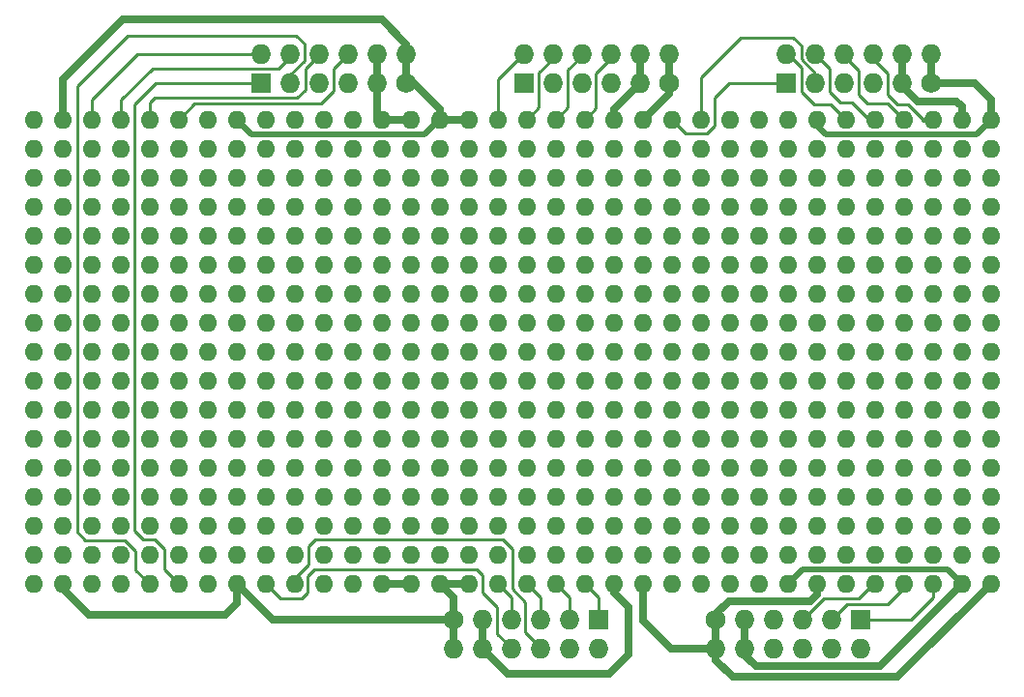
<source format=gtl>
G04 #@! TF.GenerationSoftware,KiCad,Pcbnew,(2017-01-24 revision 0b6147e)-makepkg*
G04 #@! TF.CreationDate,2017-08-14T05:16:54-07:00*
G04 #@! TF.ProjectId,SpartanMiniProtoShield,5370617274616E4D696E6950726F746F,rev?*
G04 #@! TF.FileFunction,Copper,L1,Top,Signal*
G04 #@! TF.FilePolarity,Positive*
%FSLAX46Y46*%
G04 Gerber Fmt 4.6, Leading zero omitted, Abs format (unit mm)*
G04 Created by KiCad (PCBNEW (2017-01-24 revision 0b6147e)-makepkg) date 08/14/17 05:16:54*
%MOMM*%
%LPD*%
G01*
G04 APERTURE LIST*
%ADD10C,0.100000*%
%ADD11O,1.600000X1.600000*%
%ADD12O,1.727200X1.727200*%
%ADD13R,1.727200X1.727200*%
%ADD14C,1.727200*%
%ADD15C,0.508000*%
%ADD16C,0.635000*%
%ADD17C,0.254000*%
%ADD18C,0.381000*%
G04 APERTURE END LIST*
D10*
D11*
X118880000Y-126300000D03*
X116340000Y-126300000D03*
X113800000Y-126300000D03*
X111260000Y-126300000D03*
X108720000Y-126300000D03*
X106180000Y-126300000D03*
X103640000Y-126300000D03*
X101100000Y-126300000D03*
X98560000Y-126300000D03*
X96020000Y-126300000D03*
X93480000Y-126300000D03*
X90940000Y-126300000D03*
X88400000Y-126300000D03*
X85860000Y-126300000D03*
X83320000Y-126300000D03*
X80780000Y-126300000D03*
X78240000Y-126300000D03*
X75700000Y-126300000D03*
X73160000Y-126300000D03*
X70620000Y-126300000D03*
X68080000Y-126300000D03*
X65540000Y-126300000D03*
X63000000Y-126300000D03*
X60460000Y-126300000D03*
X57920000Y-126300000D03*
X55380000Y-126300000D03*
X52840000Y-126300000D03*
X50300000Y-126300000D03*
X47760000Y-126300000D03*
X45220000Y-126300000D03*
X42680000Y-126300000D03*
X40140000Y-126300000D03*
X37600000Y-126300000D03*
X35060000Y-126300000D03*
X118880000Y-123760000D03*
X116340000Y-123760000D03*
X113800000Y-123760000D03*
X111260000Y-123760000D03*
X108720000Y-123760000D03*
X106180000Y-123760000D03*
X103640000Y-123760000D03*
X101100000Y-123760000D03*
X98560000Y-123760000D03*
X96020000Y-123760000D03*
X93480000Y-123760000D03*
X90940000Y-123760000D03*
X88400000Y-123760000D03*
X85860000Y-123760000D03*
X83320000Y-123760000D03*
X80780000Y-123760000D03*
X78240000Y-123760000D03*
X75700000Y-123760000D03*
X73160000Y-123760000D03*
X70620000Y-123760000D03*
X68080000Y-123760000D03*
X65540000Y-123760000D03*
X63000000Y-123760000D03*
X60460000Y-123760000D03*
X57920000Y-123760000D03*
X55380000Y-123760000D03*
X52840000Y-123760000D03*
X50300000Y-123760000D03*
X47760000Y-123760000D03*
X45220000Y-123760000D03*
X42680000Y-123760000D03*
X40140000Y-123760000D03*
X37600000Y-123760000D03*
X35060000Y-123760000D03*
X118880000Y-121220000D03*
X116340000Y-121220000D03*
X113800000Y-121220000D03*
X111260000Y-121220000D03*
X108720000Y-121220000D03*
X106180000Y-121220000D03*
X103640000Y-121220000D03*
X101100000Y-121220000D03*
X98560000Y-121220000D03*
X96020000Y-121220000D03*
X93480000Y-121220000D03*
X90940000Y-121220000D03*
X88400000Y-121220000D03*
X85860000Y-121220000D03*
X83320000Y-121220000D03*
X80780000Y-121220000D03*
X78240000Y-121220000D03*
X75700000Y-121220000D03*
X73160000Y-121220000D03*
X70620000Y-121220000D03*
X68080000Y-121220000D03*
X65540000Y-121220000D03*
X63000000Y-121220000D03*
X60460000Y-121220000D03*
X57920000Y-121220000D03*
X55380000Y-121220000D03*
X52840000Y-121220000D03*
X50300000Y-121220000D03*
X47760000Y-121220000D03*
X45220000Y-121220000D03*
X42680000Y-121220000D03*
X40140000Y-121220000D03*
X37600000Y-121220000D03*
X35060000Y-121220000D03*
X118880000Y-118680000D03*
X116340000Y-118680000D03*
X113800000Y-118680000D03*
X111260000Y-118680000D03*
X108720000Y-118680000D03*
X106180000Y-118680000D03*
X103640000Y-118680000D03*
X101100000Y-118680000D03*
X98560000Y-118680000D03*
X96020000Y-118680000D03*
X93480000Y-118680000D03*
X90940000Y-118680000D03*
X88400000Y-118680000D03*
X85860000Y-118680000D03*
X83320000Y-118680000D03*
X80780000Y-118680000D03*
X78240000Y-118680000D03*
X75700000Y-118680000D03*
X73160000Y-118680000D03*
X70620000Y-118680000D03*
X68080000Y-118680000D03*
X65540000Y-118680000D03*
X63000000Y-118680000D03*
X60460000Y-118680000D03*
X57920000Y-118680000D03*
X55380000Y-118680000D03*
X52840000Y-118680000D03*
X50300000Y-118680000D03*
X47760000Y-118680000D03*
X45220000Y-118680000D03*
X42680000Y-118680000D03*
X40140000Y-118680000D03*
X37600000Y-118680000D03*
X35060000Y-118680000D03*
X118880000Y-116140000D03*
X116340000Y-116140000D03*
X113800000Y-116140000D03*
X111260000Y-116140000D03*
X108720000Y-116140000D03*
X106180000Y-116140000D03*
X103640000Y-116140000D03*
X101100000Y-116140000D03*
X98560000Y-116140000D03*
X96020000Y-116140000D03*
X93480000Y-116140000D03*
X90940000Y-116140000D03*
X88400000Y-116140000D03*
X85860000Y-116140000D03*
X83320000Y-116140000D03*
X80780000Y-116140000D03*
X78240000Y-116140000D03*
X75700000Y-116140000D03*
X73160000Y-116140000D03*
X70620000Y-116140000D03*
X68080000Y-116140000D03*
X65540000Y-116140000D03*
X63000000Y-116140000D03*
X60460000Y-116140000D03*
X57920000Y-116140000D03*
X55380000Y-116140000D03*
X52840000Y-116140000D03*
X50300000Y-116140000D03*
X47760000Y-116140000D03*
X45220000Y-116140000D03*
X42680000Y-116140000D03*
X40140000Y-116140000D03*
X37600000Y-116140000D03*
X35060000Y-116140000D03*
X118880000Y-113600000D03*
X116340000Y-113600000D03*
X113800000Y-113600000D03*
X111260000Y-113600000D03*
X108720000Y-113600000D03*
X106180000Y-113600000D03*
X103640000Y-113600000D03*
X101100000Y-113600000D03*
X98560000Y-113600000D03*
X96020000Y-113600000D03*
X93480000Y-113600000D03*
X90940000Y-113600000D03*
X88400000Y-113600000D03*
X85860000Y-113600000D03*
X83320000Y-113600000D03*
X80780000Y-113600000D03*
X78240000Y-113600000D03*
X75700000Y-113600000D03*
X73160000Y-113600000D03*
X70620000Y-113600000D03*
X68080000Y-113600000D03*
X65540000Y-113600000D03*
X63000000Y-113600000D03*
X60460000Y-113600000D03*
X57920000Y-113600000D03*
X55380000Y-113600000D03*
X52840000Y-113600000D03*
X50300000Y-113600000D03*
X47760000Y-113600000D03*
X45220000Y-113600000D03*
X42680000Y-113600000D03*
X40140000Y-113600000D03*
X37600000Y-113600000D03*
X35060000Y-113600000D03*
X118880000Y-111060000D03*
X116340000Y-111060000D03*
X113800000Y-111060000D03*
X111260000Y-111060000D03*
X108720000Y-111060000D03*
X106180000Y-111060000D03*
X103640000Y-111060000D03*
X101100000Y-111060000D03*
X98560000Y-111060000D03*
X96020000Y-111060000D03*
X93480000Y-111060000D03*
X90940000Y-111060000D03*
X88400000Y-111060000D03*
X85860000Y-111060000D03*
X83320000Y-111060000D03*
X80780000Y-111060000D03*
X78240000Y-111060000D03*
X75700000Y-111060000D03*
X73160000Y-111060000D03*
X70620000Y-111060000D03*
X68080000Y-111060000D03*
X65540000Y-111060000D03*
X63000000Y-111060000D03*
X60460000Y-111060000D03*
X57920000Y-111060000D03*
X55380000Y-111060000D03*
X52840000Y-111060000D03*
X50300000Y-111060000D03*
X47760000Y-111060000D03*
X45220000Y-111060000D03*
X42680000Y-111060000D03*
X40140000Y-111060000D03*
X37600000Y-111060000D03*
X35060000Y-111060000D03*
X118880000Y-108520000D03*
X116340000Y-108520000D03*
X113800000Y-108520000D03*
X111260000Y-108520000D03*
X108720000Y-108520000D03*
X106180000Y-108520000D03*
X103640000Y-108520000D03*
X101100000Y-108520000D03*
X98560000Y-108520000D03*
X96020000Y-108520000D03*
X93480000Y-108520000D03*
X90940000Y-108520000D03*
X88400000Y-108520000D03*
X85860000Y-108520000D03*
X83320000Y-108520000D03*
X80780000Y-108520000D03*
X78240000Y-108520000D03*
X75700000Y-108520000D03*
X73160000Y-108520000D03*
X70620000Y-108520000D03*
X68080000Y-108520000D03*
X65540000Y-108520000D03*
X63000000Y-108520000D03*
X60460000Y-108520000D03*
X57920000Y-108520000D03*
X55380000Y-108520000D03*
X52840000Y-108520000D03*
X50300000Y-108520000D03*
X47760000Y-108520000D03*
X45220000Y-108520000D03*
X42680000Y-108520000D03*
X40140000Y-108520000D03*
X37600000Y-108520000D03*
X35060000Y-108520000D03*
X118880000Y-105980000D03*
X116340000Y-105980000D03*
X113800000Y-105980000D03*
X111260000Y-105980000D03*
X108720000Y-105980000D03*
X106180000Y-105980000D03*
X103640000Y-105980000D03*
X101100000Y-105980000D03*
X98560000Y-105980000D03*
X96020000Y-105980000D03*
X93480000Y-105980000D03*
X90940000Y-105980000D03*
X88400000Y-105980000D03*
X85860000Y-105980000D03*
X83320000Y-105980000D03*
X80780000Y-105980000D03*
X78240000Y-105980000D03*
X75700000Y-105980000D03*
X73160000Y-105980000D03*
X70620000Y-105980000D03*
X68080000Y-105980000D03*
X65540000Y-105980000D03*
X63000000Y-105980000D03*
X60460000Y-105980000D03*
X57920000Y-105980000D03*
X55380000Y-105980000D03*
X52840000Y-105980000D03*
X50300000Y-105980000D03*
X47760000Y-105980000D03*
X45220000Y-105980000D03*
X42680000Y-105980000D03*
X40140000Y-105980000D03*
X37600000Y-105980000D03*
X35060000Y-105980000D03*
X118880000Y-103440000D03*
X116340000Y-103440000D03*
X113800000Y-103440000D03*
X111260000Y-103440000D03*
X108720000Y-103440000D03*
X106180000Y-103440000D03*
X103640000Y-103440000D03*
X101100000Y-103440000D03*
X98560000Y-103440000D03*
X96020000Y-103440000D03*
X93480000Y-103440000D03*
X90940000Y-103440000D03*
X88400000Y-103440000D03*
X85860000Y-103440000D03*
X83320000Y-103440000D03*
X80780000Y-103440000D03*
X78240000Y-103440000D03*
X75700000Y-103440000D03*
X73160000Y-103440000D03*
X70620000Y-103440000D03*
X68080000Y-103440000D03*
X65540000Y-103440000D03*
X63000000Y-103440000D03*
X60460000Y-103440000D03*
X57920000Y-103440000D03*
X55380000Y-103440000D03*
X52840000Y-103440000D03*
X50300000Y-103440000D03*
X47760000Y-103440000D03*
X45220000Y-103440000D03*
X42680000Y-103440000D03*
X40140000Y-103440000D03*
X37600000Y-103440000D03*
X35060000Y-103440000D03*
X118880000Y-100900000D03*
X116340000Y-100900000D03*
X113800000Y-100900000D03*
X111260000Y-100900000D03*
X108720000Y-100900000D03*
X106180000Y-100900000D03*
X103640000Y-100900000D03*
X101100000Y-100900000D03*
X98560000Y-100900000D03*
X96020000Y-100900000D03*
X93480000Y-100900000D03*
X90940000Y-100900000D03*
X88400000Y-100900000D03*
X85860000Y-100900000D03*
X83320000Y-100900000D03*
X80780000Y-100900000D03*
X78240000Y-100900000D03*
X75700000Y-100900000D03*
X73160000Y-100900000D03*
X70620000Y-100900000D03*
X68080000Y-100900000D03*
X65540000Y-100900000D03*
X63000000Y-100900000D03*
X60460000Y-100900000D03*
X57920000Y-100900000D03*
X55380000Y-100900000D03*
X52840000Y-100900000D03*
X50300000Y-100900000D03*
X47760000Y-100900000D03*
X45220000Y-100900000D03*
X42680000Y-100900000D03*
X40140000Y-100900000D03*
X37600000Y-100900000D03*
X35060000Y-100900000D03*
X118880000Y-98360000D03*
X116340000Y-98360000D03*
X113800000Y-98360000D03*
X111260000Y-98360000D03*
X108720000Y-98360000D03*
X106180000Y-98360000D03*
X103640000Y-98360000D03*
X101100000Y-98360000D03*
X98560000Y-98360000D03*
X96020000Y-98360000D03*
X93480000Y-98360000D03*
X90940000Y-98360000D03*
X88400000Y-98360000D03*
X85860000Y-98360000D03*
X83320000Y-98360000D03*
X80780000Y-98360000D03*
X78240000Y-98360000D03*
X75700000Y-98360000D03*
X73160000Y-98360000D03*
X70620000Y-98360000D03*
X68080000Y-98360000D03*
X65540000Y-98360000D03*
X63000000Y-98360000D03*
X60460000Y-98360000D03*
X57920000Y-98360000D03*
X55380000Y-98360000D03*
X52840000Y-98360000D03*
X50300000Y-98360000D03*
X47760000Y-98360000D03*
X45220000Y-98360000D03*
X42680000Y-98360000D03*
X40140000Y-98360000D03*
X37600000Y-98360000D03*
X35060000Y-98360000D03*
X118880000Y-95820000D03*
X116340000Y-95820000D03*
X113800000Y-95820000D03*
X111260000Y-95820000D03*
X108720000Y-95820000D03*
X106180000Y-95820000D03*
X103640000Y-95820000D03*
X101100000Y-95820000D03*
X98560000Y-95820000D03*
X96020000Y-95820000D03*
X93480000Y-95820000D03*
X90940000Y-95820000D03*
X88400000Y-95820000D03*
X85860000Y-95820000D03*
X83320000Y-95820000D03*
X80780000Y-95820000D03*
X78240000Y-95820000D03*
X75700000Y-95820000D03*
X73160000Y-95820000D03*
X70620000Y-95820000D03*
X68080000Y-95820000D03*
X65540000Y-95820000D03*
X63000000Y-95820000D03*
X60460000Y-95820000D03*
X57920000Y-95820000D03*
X55380000Y-95820000D03*
X52840000Y-95820000D03*
X50300000Y-95820000D03*
X47760000Y-95820000D03*
X45220000Y-95820000D03*
X42680000Y-95820000D03*
X40140000Y-95820000D03*
X37600000Y-95820000D03*
X35060000Y-95820000D03*
X118880000Y-93280000D03*
X116340000Y-93280000D03*
X113800000Y-93280000D03*
X111260000Y-93280000D03*
X108720000Y-93280000D03*
X106180000Y-93280000D03*
X103640000Y-93280000D03*
X101100000Y-93280000D03*
X98560000Y-93280000D03*
X96020000Y-93280000D03*
X93480000Y-93280000D03*
X90940000Y-93280000D03*
X88400000Y-93280000D03*
X85860000Y-93280000D03*
X83320000Y-93280000D03*
X80780000Y-93280000D03*
X78240000Y-93280000D03*
X75700000Y-93280000D03*
X73160000Y-93280000D03*
X70620000Y-93280000D03*
X68080000Y-93280000D03*
X65540000Y-93280000D03*
X63000000Y-93280000D03*
X60460000Y-93280000D03*
X57920000Y-93280000D03*
X55380000Y-93280000D03*
X52840000Y-93280000D03*
X50300000Y-93280000D03*
X47760000Y-93280000D03*
X45220000Y-93280000D03*
X42680000Y-93280000D03*
X40140000Y-93280000D03*
X37600000Y-93280000D03*
X35060000Y-93280000D03*
X118880000Y-90740000D03*
X116340000Y-90740000D03*
X113800000Y-90740000D03*
X111260000Y-90740000D03*
X108720000Y-90740000D03*
X106180000Y-90740000D03*
X103640000Y-90740000D03*
X101100000Y-90740000D03*
X98560000Y-90740000D03*
X96020000Y-90740000D03*
X93480000Y-90740000D03*
X90940000Y-90740000D03*
X88400000Y-90740000D03*
X85860000Y-90740000D03*
X83320000Y-90740000D03*
X80780000Y-90740000D03*
X78240000Y-90740000D03*
X75700000Y-90740000D03*
X73160000Y-90740000D03*
X70620000Y-90740000D03*
X68080000Y-90740000D03*
X65540000Y-90740000D03*
X63000000Y-90740000D03*
X60460000Y-90740000D03*
X57920000Y-90740000D03*
X55380000Y-90740000D03*
X52840000Y-90740000D03*
X50300000Y-90740000D03*
X47760000Y-90740000D03*
X45220000Y-90740000D03*
X42680000Y-90740000D03*
X40140000Y-90740000D03*
X37600000Y-90740000D03*
D12*
X84503500Y-134543500D03*
D13*
X84503500Y-132003500D03*
D12*
X81963500Y-134543500D03*
X81963500Y-132003500D03*
X79423500Y-134543500D03*
X79423500Y-132003500D03*
X76883500Y-134543500D03*
X76883500Y-132003500D03*
X74343500Y-134543500D03*
X74343500Y-132003500D03*
X71803500Y-134543500D03*
D14*
X71803500Y-132003500D03*
X94803500Y-132003500D03*
D12*
X94803500Y-134543500D03*
X97343500Y-132003500D03*
X97343500Y-134543500D03*
X99883500Y-132003500D03*
X99883500Y-134543500D03*
X102423500Y-132003500D03*
X102423500Y-134543500D03*
X104963500Y-132003500D03*
X104963500Y-134543500D03*
D13*
X107503500Y-132003500D03*
D12*
X107503500Y-134543500D03*
D14*
X67696500Y-84996500D03*
D12*
X67696500Y-82456500D03*
X65156500Y-84996500D03*
X65156500Y-82456500D03*
X62616500Y-84996500D03*
X62616500Y-82456500D03*
X60076500Y-84996500D03*
X60076500Y-82456500D03*
X57536500Y-84996500D03*
X57536500Y-82456500D03*
D13*
X54996500Y-84996500D03*
D12*
X54996500Y-82456500D03*
D14*
X90696500Y-84996500D03*
D12*
X90696500Y-82456500D03*
X88156500Y-84996500D03*
X88156500Y-82456500D03*
X85616500Y-84996500D03*
X85616500Y-82456500D03*
X83076500Y-84996500D03*
X83076500Y-82456500D03*
X80536500Y-84996500D03*
X80536500Y-82456500D03*
D13*
X77996500Y-84996500D03*
D12*
X77996500Y-82456500D03*
X100996500Y-82456500D03*
D13*
X100996500Y-84996500D03*
D12*
X103536500Y-82456500D03*
X103536500Y-84996500D03*
X106076500Y-82456500D03*
X106076500Y-84996500D03*
X108616500Y-82456500D03*
X108616500Y-84996500D03*
X111156500Y-82456500D03*
X111156500Y-84996500D03*
X113696500Y-82456500D03*
D14*
X113696500Y-84996500D03*
D11*
X35060000Y-90740000D03*
X118880000Y-128840000D03*
X116340000Y-128840000D03*
X113800000Y-128840000D03*
X111260000Y-128840000D03*
X108720000Y-128840000D03*
X106180000Y-128840000D03*
X103640000Y-128840000D03*
X101100000Y-128840000D03*
X98560000Y-128840000D03*
X96020000Y-128840000D03*
X93480000Y-128840000D03*
X90940000Y-128840000D03*
X88400000Y-128840000D03*
X85860000Y-128840000D03*
X83320000Y-128840000D03*
X80780000Y-128840000D03*
X78240000Y-128840000D03*
X75700000Y-128840000D03*
X73160000Y-128840000D03*
X70620000Y-128840000D03*
X68080000Y-128840000D03*
X65540000Y-128840000D03*
X63000000Y-128840000D03*
X60460000Y-128840000D03*
X57920000Y-128840000D03*
X55380000Y-128840000D03*
X52840000Y-128840000D03*
X50300000Y-128840000D03*
X47760000Y-128840000D03*
X45220000Y-128840000D03*
X42680000Y-128840000D03*
X40140000Y-128840000D03*
X37600000Y-128840000D03*
X35060000Y-128840000D03*
X35060000Y-88200000D03*
X37600000Y-88200000D03*
X40140000Y-88200000D03*
X42680000Y-88200000D03*
X45220000Y-88200000D03*
X47760000Y-88200000D03*
X50300000Y-88200000D03*
X52840000Y-88200000D03*
X55380000Y-88200000D03*
X57920000Y-88200000D03*
X60460000Y-88200000D03*
X63000000Y-88200000D03*
X65540000Y-88200000D03*
X68080000Y-88200000D03*
X70620000Y-88200000D03*
X73160000Y-88200000D03*
X75700000Y-88200000D03*
X78240000Y-88200000D03*
X80780000Y-88200000D03*
X83320000Y-88200000D03*
X85860000Y-88200000D03*
X88400000Y-88200000D03*
X90940000Y-88200000D03*
X93480000Y-88200000D03*
X96020000Y-88200000D03*
X98560000Y-88200000D03*
X101100000Y-88200000D03*
X103640000Y-88200000D03*
X106180000Y-88200000D03*
X108720000Y-88200000D03*
X111260000Y-88200000D03*
X113800000Y-88200000D03*
X116340000Y-88200000D03*
X118880000Y-88200000D03*
D15*
X102420000Y-127560000D02*
X115060000Y-127560000D01*
X115060000Y-127560000D02*
X116340000Y-128840000D01*
X101140000Y-128840000D02*
X102420000Y-127560000D01*
X101100000Y-128840000D02*
X101140000Y-128840000D01*
D16*
X85460000Y-136750000D02*
X76550000Y-136750000D01*
X76550000Y-136750000D02*
X74343500Y-134543500D01*
X87140000Y-135070000D02*
X85460000Y-136750000D01*
X87140000Y-130860000D02*
X87140000Y-135070000D01*
X85860000Y-129580000D02*
X87140000Y-130860000D01*
X85860000Y-128840000D02*
X85860000Y-129580000D01*
X98300000Y-136040000D02*
X109140000Y-136040000D01*
X109140000Y-136040000D02*
X116340000Y-128840000D01*
X97343500Y-135083500D02*
X98300000Y-136040000D01*
X97343500Y-134543500D02*
X97343500Y-135083500D01*
X68080000Y-128840000D02*
X65540000Y-128840000D01*
X74343500Y-132003500D02*
X74343500Y-134543500D01*
X97343500Y-132003500D02*
X97546500Y-132003500D01*
X97343500Y-132003500D02*
X97343500Y-134543500D01*
X85860000Y-88200000D02*
X85860000Y-87293000D01*
X85860000Y-87293000D02*
X88156500Y-84996500D01*
X65540000Y-88200000D02*
X68080000Y-88200000D01*
X65156500Y-84996500D02*
X65156500Y-87816500D01*
X65156500Y-87816500D02*
X65540000Y-88200000D01*
X65156500Y-82456500D02*
X65156500Y-84996500D01*
X88156500Y-82456500D02*
X88156500Y-84996500D01*
X115840000Y-86570000D02*
X116340000Y-87070000D01*
X116340000Y-87070000D02*
X116340000Y-88200000D01*
X112450000Y-86570000D02*
X115840000Y-86570000D01*
X111156500Y-85276500D02*
X112450000Y-86570000D01*
X111156500Y-84996500D02*
X111156500Y-85276500D01*
X111156500Y-82456500D02*
X111156500Y-84996500D01*
D17*
X84503500Y-132003500D02*
X84503500Y-130023500D01*
X84503500Y-130023500D02*
X83320000Y-128840000D01*
X81963500Y-132003500D02*
X81963500Y-130023500D01*
X81963500Y-130023500D02*
X80780000Y-128840000D01*
X59130000Y-127140000D02*
X57920000Y-128350000D01*
X57920000Y-128350000D02*
X57920000Y-128840000D01*
X59130000Y-125560000D02*
X59130000Y-127140000D01*
X59690000Y-125000000D02*
X59130000Y-125560000D01*
X76190000Y-125000000D02*
X59690000Y-125000000D01*
X76980000Y-125790000D02*
X76190000Y-125000000D01*
X76980000Y-129320000D02*
X76980000Y-125790000D01*
X78090000Y-130430000D02*
X76980000Y-129320000D01*
X78090000Y-133120000D02*
X78090000Y-130430000D01*
X79423500Y-134453500D02*
X78090000Y-133120000D01*
X79423500Y-134543500D02*
X79423500Y-134453500D01*
X79423500Y-132003500D02*
X79423500Y-130023500D01*
X79423500Y-130023500D02*
X78240000Y-128840000D01*
X58540000Y-130150000D02*
X56690000Y-130150000D01*
X56690000Y-130150000D02*
X55380000Y-128840000D01*
X59090000Y-129600000D02*
X58540000Y-130150000D01*
X59090000Y-128170000D02*
X59090000Y-129600000D01*
X59680000Y-127580000D02*
X59090000Y-128170000D01*
X73850000Y-127580000D02*
X59680000Y-127580000D01*
X74370000Y-128100000D02*
X73850000Y-127580000D01*
X74370000Y-129630000D02*
X74370000Y-128100000D01*
X75630000Y-130890000D02*
X74370000Y-129630000D01*
X75630000Y-133230000D02*
X75630000Y-130890000D01*
X76883500Y-134483500D02*
X75630000Y-133230000D01*
X76883500Y-134543500D02*
X76883500Y-134483500D01*
X76883500Y-132003500D02*
X76883500Y-130023500D01*
X76883500Y-130023500D02*
X75700000Y-128840000D01*
D16*
X71803500Y-132003500D02*
X56003500Y-132003500D01*
X56003500Y-132003500D02*
X52840000Y-128840000D01*
X51860000Y-131570000D02*
X52840000Y-130590000D01*
X52840000Y-130590000D02*
X52840000Y-128840000D01*
X39900000Y-131570000D02*
X51860000Y-131570000D01*
X37600000Y-129270000D02*
X39900000Y-131570000D01*
X37600000Y-128840000D02*
X37600000Y-129270000D01*
X67696500Y-82456500D02*
X67696500Y-81616500D01*
X67696500Y-81616500D02*
X65530000Y-79450000D01*
X65530000Y-79450000D02*
X42840000Y-79450000D01*
X42840000Y-79450000D02*
X37600000Y-84690000D01*
X37600000Y-84690000D02*
X37600000Y-88200000D01*
X90843500Y-134543500D02*
X88400000Y-132100000D01*
X88400000Y-132100000D02*
X88400000Y-128840000D01*
X94803500Y-134543500D02*
X90843500Y-134543500D01*
X73160000Y-128840000D02*
X70620000Y-128840000D01*
X71803500Y-132003500D02*
X71803500Y-130023500D01*
X71803500Y-130023500D02*
X70620000Y-128840000D01*
X71803500Y-134543500D02*
X71803500Y-132003500D01*
X96260000Y-136990000D02*
X110730000Y-136990000D01*
X110730000Y-136990000D02*
X118880000Y-128840000D01*
X94803500Y-135533500D02*
X96260000Y-136990000D01*
X94803500Y-134543500D02*
X94803500Y-135533500D01*
X103080000Y-130360000D02*
X103640000Y-129800000D01*
X103640000Y-129800000D02*
X103640000Y-128840000D01*
X95930000Y-130360000D02*
X103080000Y-130360000D01*
X94803500Y-131486500D02*
X95930000Y-130360000D01*
X94803500Y-132003500D02*
X94803500Y-131486500D01*
X94803500Y-132003500D02*
X94803500Y-134543500D01*
D15*
X104400000Y-89460000D02*
X117620000Y-89460000D01*
X117620000Y-89460000D02*
X118880000Y-88200000D01*
X103640000Y-88700000D02*
X104400000Y-89460000D01*
X103640000Y-88200000D02*
X103640000Y-88700000D01*
X69290000Y-89470000D02*
X54110000Y-89470000D01*
X54110000Y-89470000D02*
X52840000Y-88200000D01*
X70560000Y-88200000D02*
X69290000Y-89470000D01*
X70620000Y-88200000D02*
X70560000Y-88200000D01*
D16*
X70620000Y-88200000D02*
X70600000Y-88200000D01*
X90696500Y-84996500D02*
X90696500Y-85903500D01*
X90696500Y-85903500D02*
X88400000Y-88200000D01*
X70620000Y-88200000D02*
X73160000Y-88200000D01*
X68356500Y-84996500D02*
X70620000Y-87260000D01*
X70620000Y-87260000D02*
X70620000Y-88200000D01*
X67696500Y-84996500D02*
X68356500Y-84996500D01*
X67696500Y-82456500D02*
X67696500Y-84996500D01*
X90696500Y-82456500D02*
X90696500Y-84996500D01*
X117476500Y-84996500D02*
X118880000Y-86400000D01*
X118880000Y-86400000D02*
X118880000Y-88200000D01*
X113696500Y-84996500D02*
X117476500Y-84996500D01*
X113696500Y-82456500D02*
X113696500Y-84996500D01*
D17*
X107300000Y-130160000D02*
X104267000Y-130160000D01*
X104267000Y-130160000D02*
X102423500Y-132003500D01*
X108620000Y-128840000D02*
X107300000Y-130160000D01*
X108720000Y-128840000D02*
X108620000Y-128840000D01*
X109810000Y-130670000D02*
X106297000Y-130670000D01*
X106297000Y-130670000D02*
X104963500Y-132003500D01*
X111260000Y-129220000D02*
X109810000Y-130670000D01*
X111260000Y-128840000D02*
X111260000Y-129220000D01*
X111856500Y-132003500D02*
X113800000Y-130060000D01*
X113800000Y-130060000D02*
X113800000Y-128840000D01*
X107503500Y-132003500D02*
X111856500Y-132003500D01*
X60260000Y-86790000D02*
X49170000Y-86790000D01*
X49170000Y-86790000D02*
X47760000Y-88200000D01*
X61340000Y-85710000D02*
X60260000Y-86790000D01*
X61340000Y-83770000D02*
X61340000Y-85710000D01*
X62616500Y-82493500D02*
X61340000Y-83770000D01*
X62616500Y-82456500D02*
X62616500Y-82493500D01*
X60076500Y-84996500D02*
X60076500Y-84333500D01*
X45640000Y-86310000D02*
X45220000Y-86730000D01*
X45220000Y-86730000D02*
X45220000Y-88200000D01*
X58130000Y-86310000D02*
X45640000Y-86310000D01*
X58840000Y-85600000D02*
X58130000Y-86310000D01*
X58840000Y-83740000D02*
X58840000Y-85600000D01*
X60076500Y-82503500D02*
X58840000Y-83740000D01*
X60076500Y-82456500D02*
X60076500Y-82503500D01*
X44010000Y-125970000D02*
X44010000Y-127630000D01*
X44010000Y-127630000D02*
X45220000Y-128840000D01*
X43050000Y-125010000D02*
X44010000Y-125970000D01*
X39600000Y-125010000D02*
X43050000Y-125010000D01*
X38900000Y-124310000D02*
X39600000Y-125010000D01*
X38900000Y-85220000D02*
X38900000Y-124310000D01*
X43310000Y-80810000D02*
X38900000Y-85220000D01*
X58000000Y-80810000D02*
X43310000Y-80810000D01*
X58760000Y-81570000D02*
X58000000Y-80810000D01*
X58760000Y-83040000D02*
X58760000Y-81570000D01*
X57536500Y-84263500D02*
X58760000Y-83040000D01*
X57536500Y-84996500D02*
X57536500Y-84263500D01*
X45460000Y-83700000D02*
X42680000Y-86480000D01*
X42680000Y-86480000D02*
X42680000Y-88200000D01*
X56530000Y-83700000D02*
X45460000Y-83700000D01*
X57536500Y-82693500D02*
X56530000Y-83700000D01*
X57536500Y-82456500D02*
X57536500Y-82693500D01*
X46490000Y-125790000D02*
X46490000Y-127570000D01*
X46490000Y-127570000D02*
X47760000Y-128840000D01*
X45650000Y-124950000D02*
X46490000Y-125790000D01*
X44620000Y-124950000D02*
X45650000Y-124950000D01*
X43900000Y-124230000D02*
X44620000Y-124950000D01*
X43900000Y-86890000D02*
X43900000Y-124230000D01*
X45793500Y-84996500D02*
X43900000Y-86890000D01*
X54996500Y-84996500D02*
X45793500Y-84996500D01*
X44123500Y-82456500D02*
X40140000Y-86440000D01*
X40140000Y-86440000D02*
X40140000Y-88200000D01*
X54996500Y-82456500D02*
X44123500Y-82456500D01*
X84290000Y-84140000D02*
X84290000Y-87230000D01*
X84290000Y-87230000D02*
X83320000Y-88200000D01*
X85616500Y-82813500D02*
X84290000Y-84140000D01*
X85616500Y-82456500D02*
X85616500Y-82813500D01*
X81830000Y-83840000D02*
X81830000Y-87150000D01*
X81830000Y-87150000D02*
X80780000Y-88200000D01*
X83076500Y-82593500D02*
X81830000Y-83840000D01*
X83076500Y-82456500D02*
X83076500Y-82593500D01*
X79310000Y-84080000D02*
X79310000Y-87130000D01*
X79310000Y-87130000D02*
X78240000Y-88200000D01*
X80536500Y-82853500D02*
X79310000Y-84080000D01*
X80536500Y-82456500D02*
X80536500Y-82853500D01*
X77893500Y-82456500D02*
X75700000Y-84650000D01*
X75700000Y-84650000D02*
X75700000Y-88200000D01*
X77996500Y-82456500D02*
X77893500Y-82456500D01*
X103410000Y-86840000D02*
X104820000Y-86840000D01*
X104820000Y-86840000D02*
X106180000Y-88200000D01*
X102310000Y-85740000D02*
X103410000Y-86840000D01*
X102310000Y-83630000D02*
X102310000Y-85740000D01*
X101136500Y-82456500D02*
X102310000Y-83630000D01*
X100996500Y-82456500D02*
X101136500Y-82456500D01*
X93990000Y-89430000D02*
X92170000Y-89430000D01*
X92170000Y-89430000D02*
X90940000Y-88200000D01*
X94680000Y-88740000D02*
X93990000Y-89430000D01*
X94680000Y-86310000D02*
X94680000Y-88740000D01*
X95993500Y-84996500D02*
X94680000Y-86310000D01*
X100996500Y-84996500D02*
X95993500Y-84996500D01*
X106740000Y-86700000D02*
X108240000Y-88200000D01*
D18*
X108240000Y-88200000D02*
X108720000Y-88200000D01*
D17*
X105710000Y-86700000D02*
X106740000Y-86700000D01*
X104810000Y-85800000D02*
X105710000Y-86700000D01*
X104810000Y-83750000D02*
X104810000Y-85800000D01*
X103536500Y-82476500D02*
X104810000Y-83750000D01*
D18*
X103536500Y-82456500D02*
X103536500Y-82476500D01*
D17*
X96940000Y-81030000D02*
X93480000Y-84490000D01*
X93480000Y-84490000D02*
X93480000Y-88200000D01*
X101590000Y-81030000D02*
X96940000Y-81030000D01*
X102290000Y-81730000D02*
X101590000Y-81030000D01*
X102290000Y-82920000D02*
X102290000Y-81730000D01*
X103536500Y-84166500D02*
X102290000Y-82920000D01*
X103536500Y-84996500D02*
X103536500Y-84166500D01*
X108080000Y-86780000D02*
X109840000Y-86780000D01*
X109840000Y-86780000D02*
X111260000Y-88200000D01*
X107350000Y-86050000D02*
X108080000Y-86780000D01*
X107350000Y-83890000D02*
X107350000Y-86050000D01*
X106076500Y-82616500D02*
X107350000Y-83890000D01*
D18*
X106076500Y-82456500D02*
X106076500Y-82616500D01*
D17*
X111620000Y-86820000D02*
X113000000Y-88200000D01*
D18*
X113000000Y-88200000D02*
X113800000Y-88200000D01*
D17*
X110730000Y-86820000D02*
X111620000Y-86820000D01*
X109890000Y-85980000D02*
X110730000Y-86820000D01*
X109890000Y-84150000D02*
X109890000Y-85980000D01*
X108616500Y-82876500D02*
X109890000Y-84150000D01*
D18*
X108616500Y-82456500D02*
X108616500Y-82876500D01*
M02*

</source>
